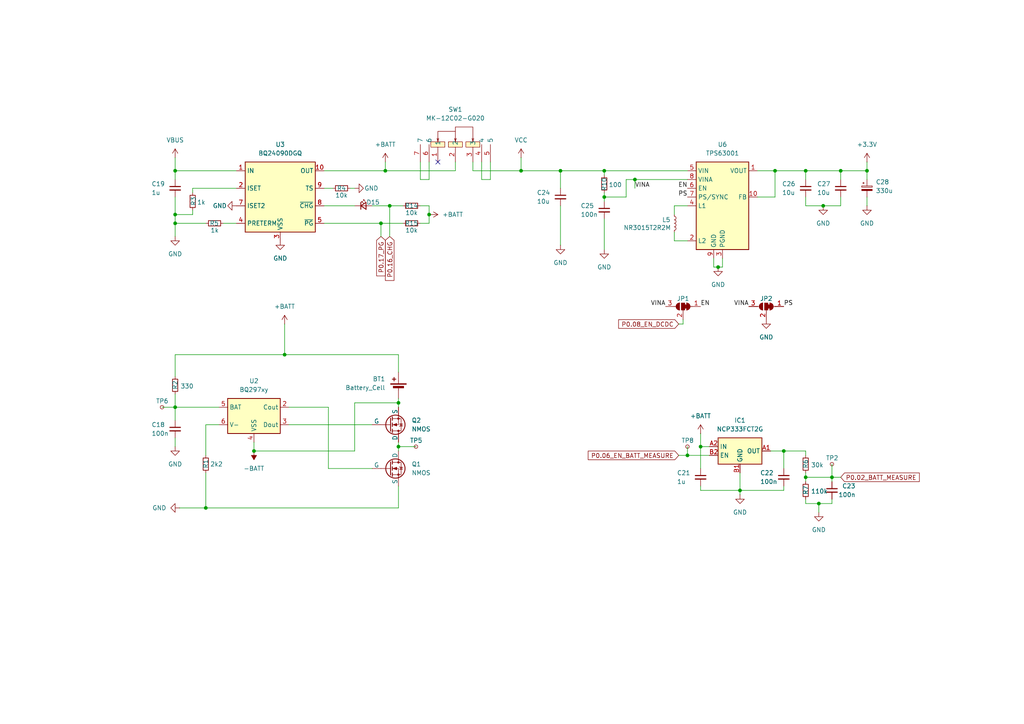
<source format=kicad_sch>
(kicad_sch (version 20231120) (generator "eeschema") (generator_version "8.0")
  (paper "A4")
  (lib_symbols
    (symbol "Battery_Management:BQ24090DGQ"
      (property "Reference" "U" (at -9.398 13.462 0))
      (property "Value" "BQ24090DGQ" (at -3.81 11.43 0))
      (symbol "BQ24090DGQ_0_1"
        (rectangle (start -10.16 10.16) (end 10.16 -10.16) (stroke (width 0.254)) (fill (type background)))
      )
      (symbol "BQ24090DGQ_1_1"
        (pin power_in line (at -12.7 7.62 0) (length 2.54) (name "IN") (number "1"))
        (pin power_out line (at 12.7 7.62 180) (length 2.54) (name "OUT") (number "10"))
        (pin passive line (at 0 -12.7 90) (length 2.54) hide (name "VSS") (number "11"))
        (pin passive line (at -12.7 2.54 0) (length 2.54) (name "ISET") (number "2"))
        (pin power_in line (at 0 -12.7 90) (length 2.54) (name "VSS") (number "3"))
        (pin passive line (at -12.7 -7.62 0) (length 2.54) (name "PRETERM") (number "4"))
        (pin open_collector line (at 12.7 -7.62 180) (length 2.54) (name "~{PG}") (number "5"))
        (pin no_connect line (at 5.08 -10.16 90) (length 2.54) hide (name "NC") (number "6"))
        (pin passive line (at -12.7 -2.54 0) (length 2.54) (name "ISET2") (number "7"))
        (pin open_collector line (at 12.7 -2.54 180) (length 2.54) (name "~{CHG}") (number "8"))
        (pin passive line (at 12.7 2.54 180) (length 2.54) (name "TS") (number "9"))
      )
    )
    (symbol "Battery_Management:BQ297xy"
      (property "Reference" "U" (at -6.35 6.35 0))
      (property "Value" "BQ297xy" (at 5.08 -6.35 0))
      (symbol "BQ297xy_0_1"
        (rectangle (start -7.62 5.08) (end 7.62 -5.08) (stroke (width 0.254)) (fill (type background)))
      )
      (symbol "BQ297xy_1_1"
        (pin no_connect line (at 7.62 0 180) (length 2.54) hide (name "NC") (number "1"))
        (pin output line (at 10.16 2.54 180) (length 2.54) (name "Cout") (number "2"))
        (pin output line (at 10.16 -2.54 180) (length 2.54) (name "Dout") (number "3"))
        (pin power_in line (at 0 -7.62 90) (length 2.54) (name "VSS") (number "4"))
        (pin input line (at -10.16 2.54 0) (length 2.54) (name "BAT") (number "5"))
        (pin input line (at -10.16 -2.54 0) (length 2.54) (name "V-") (number "6"))
      )
    )
    (symbol "Connector:TestPoint_Small" (pin_numbers hide) (pin_names (offset 0.762) hide)
      (property "Reference" "TP" (at 0 3.81 0))
      (property "Value" "TestPoint_Small" (at 0 2.032 0))
      (symbol "TestPoint_Small_0_1"
        (circle (center 0 0) (radius 0.508))
      )
      (symbol "TestPoint_Small_1_1"
        (pin passive line (at 0 0 90) (length 0) (name "1") (number "1"))
      )
    )
    (symbol "Device:Battery_Cell" (pin_numbers hide) (pin_names (offset 0) hide)
      (property "Reference" "BT" (at 2.54 2.54 0))
      (property "Value" "Battery_Cell" (at 2.54 0 0))
      (symbol "Battery_Cell_0_1"
        (rectangle (start -2.286 1.778) (end 2.286 1.524) (fill (type outline)))
        (rectangle (start -1.524 1.016) (end 1.524 0.508) (fill (type outline)))
        (polyline (pts (xy 0 0.762) (xy 0 0)))
        (polyline (pts (xy 0 1.778) (xy 0 2.54)))
        (polyline (pts (xy 0.762 3.048) (xy 1.778 3.048)) (stroke (width 0.254)))
        (polyline (pts (xy 1.27 3.556) (xy 1.27 2.54)) (stroke (width 0.254)))
      )
      (symbol "Battery_Cell_1_1"
        (pin passive line (at 0 5.08 270) (length 2.54) (name "+") (number "1"))
        (pin passive line (at 0 -2.54 90) (length 2.54) (name "-") (number "2"))
      )
    )
    (symbol "Device:C_Polarized_Small" (pin_numbers hide) (pin_names (offset 0.254) hide)
      (property "Reference" "C" (at 0.254 1.778 0))
      (property "Value" "C_Polarized_Small" (at 0.254 -2.032 0))
      (symbol "C_Polarized_Small_0_1"
        (rectangle (start -1.524 -0.3048) (end 1.524 -0.6858) (fill (type outline)))
        (rectangle (start -1.524 0.6858) (end 1.524 0.3048))
        (polyline (pts (xy -1.27 1.524) (xy -0.762 1.524)))
        (polyline (pts (xy -1.016 1.27) (xy -1.016 1.778)))
      )
      (symbol "C_Polarized_Small_1_1"
        (pin passive line (at 0 2.54 270) (length 1.8542) (name "~") (number "1"))
        (pin passive line (at 0 -2.54 90) (length 1.8542) (name "~") (number "2"))
      )
    )
    (symbol "Device:C_Small" (pin_numbers hide) (pin_names (offset 0.254) hide)
      (property "Reference" "C" (at 0.254 1.778 0))
      (property "Value" "C_Small" (at 0.254 -2.032 0))
      (symbol "C_Small_0_1"
        (polyline (pts (xy -1.524 -0.508) (xy 1.524 -0.508)) (stroke (width 0.3302)))
        (polyline (pts (xy -1.524 0.508) (xy 1.524 0.508)) (stroke (width 0.3048)))
      )
      (symbol "C_Small_1_1"
        (pin passive line (at 0 2.54 270) (length 2.032) (name "~") (number "1"))
        (pin passive line (at 0 -2.54 90) (length 2.032) (name "~") (number "2"))
      )
    )
    (symbol "Device:LED_Small" (pin_numbers hide) (pin_names (offset 0.254) hide)
      (property "Reference" "D" (at -1.27 3.175 0))
      (property "Value" "LED_Small" (at -4.445 -2.54 0))
      (symbol "LED_Small_0_1"
        (polyline (pts (xy -0.762 -1.016) (xy -0.762 1.016)) (stroke (width 0.254)))
        (polyline (pts (xy 1.016 0) (xy -0.762 0)))
        (polyline (pts (xy 0.762 -1.016) (xy -0.762 0) (xy 0.762 1.016) (xy 0.762 -1.016)) (stroke (width 0.254)))
        (polyline (pts (xy 0 0.762) (xy -0.508 1.27) (xy -0.254 1.27) (xy -0.508 1.27) (xy -0.508 1.016)))
        (polyline (pts (xy 0.508 1.27) (xy 0 1.778) (xy 0.254 1.778) (xy 0 1.778) (xy 0 1.524)))
      )
      (symbol "LED_Small_1_1"
        (pin passive line (at -2.54 0 0) (length 1.778) (name "K") (number "1"))
        (pin passive line (at 2.54 0 180) (length 1.778) (name "A") (number "2"))
      )
    )
    (symbol "Device:L_Small" (pin_numbers hide) (pin_names (offset 0.254) hide)
      (property "Reference" "L" (at 0.762 1.016 0))
      (property "Value" "L_Small" (at 0.762 -1.016 0))
      (symbol "L_Small_0_1"
        (arc (start 0 -2.032) (mid 0.5058 -1.524) (end 0 -1.016))
        (arc (start 0 -1.016) (mid 0.5058 -0.508) (end 0 0))
        (arc (start 0 0) (mid 0.5058 0.508) (end 0 1.016))
        (arc (start 0 1.016) (mid 0.5058 1.524) (end 0 2.032))
      )
      (symbol "L_Small_1_1"
        (pin passive line (at 0 2.54 270) (length 0.508) (name "~") (number "1"))
        (pin passive line (at 0 -2.54 90) (length 0.508) (name "~") (number "2"))
      )
    )
    (symbol "Device:R_Small" (pin_numbers hide) (pin_names (offset 0.254) hide)
      (property "Reference" "R" (at 0.762 0.508 0))
      (property "Value" "R_Small" (at 0.762 -1.016 0))
      (symbol "R_Small_0_1"
        (rectangle (start -0.762 1.778) (end 0.762 -1.778) (stroke (width 0.2032)))
      )
      (symbol "R_Small_1_1"
        (pin passive line (at 0 2.54 270) (length 0.762) (name "~") (number "1"))
        (pin passive line (at 0 -2.54 90) (length 0.762) (name "~") (number "2"))
      )
    )
    (symbol "G-Switch:MK-12C02-G020"
      (property "Reference" "SW" (at 0 0 0))
      (property "Value" "MK-12C02-G020" (at 0 -10.16 0))
      (symbol "MK-12C02-G020_0_1"
        (rectangle (start -7.11 0.76) (end -3.05 -0.76) (fill (type background)))
        (rectangle (start -2.03 0.76) (end 2.03 -0.76) (fill (type background)))
        (polyline (pts (xy -5.08 0.76) (xy -5.33 1.78)))
        (polyline (pts (xy 0 0.76) (xy -0.25 1.78)))
        (polyline (pts (xy 5.08 0.76) (xy 4.83 1.78)))
        (polyline (pts (xy 5.08 0.76) (xy 5.33 1.78)))
        (polyline (pts (xy 0 3.81) (xy -5.08 3.81) (xy -5.08 0.76) (xy -4.83 1.78)))
        (polyline (pts (xy 5.08 0.76) (xy 5.08 5.08) (xy 0 5.08) (xy 0 0.76) (xy 0.25 1.78)))
        (rectangle (start 3.05 0.76) (end 7.11 -0.76) (fill (type background)))
        (pin unspecified line (at -5.08 -5.08 90) (length 4.318) (name "1") (number "1"))
        (pin unspecified line (at 0 -5.08 90) (length 4.318) (name "2") (number "2"))
        (pin unspecified line (at 5.08 -5.08 90) (length 4.318) (name "3") (number "3"))
        (pin unspecified line (at 7.62 -5.08 90) (length 5.08) (name "4") (number "4"))
        (pin unspecified line (at 10.16 -5.08 90) (length 5.08) (name "5") (number "5"))
        (pin unspecified line (at -7.62 -5.08 90) (length 5.08) (name "6") (number "6"))
        (pin unspecified line (at -10.16 -5.08 90) (length 5.08) (name "7") (number "7"))
      )
    )
    (symbol "Jumper:SolderJumper_3_Bridged12" (pin_names (offset 0) hide) (exclude_from_sim yes) (in_bom no)
      (property "Reference" "JP" (at -2.54 -2.54 0))
      (property "Value" "SolderJumper_3_Bridged12" (at 0 2.794 0))
      (symbol "SolderJumper_3_Bridged12_0_1"
        (rectangle (start -1.016 0.508) (end -0.508 -0.508) (fill (type outline)))
        (arc (start -1.016 1.016) (mid -2.0276 0) (end -1.016 -1.016))
        (arc (start -1.016 1.016) (mid -2.0276 0) (end -1.016 -1.016) (fill (type outline)))
        (rectangle (start -0.508 1.016) (end 0.508 -1.016) (fill (type outline)))
        (polyline (pts (xy -2.54 0) (xy -2.032 0)))
        (polyline (pts (xy -1.016 1.016) (xy -1.016 -1.016)))
        (polyline (pts (xy 0 -1.27) (xy 0 -1.016)))
        (polyline (pts (xy 1.016 1.016) (xy 1.016 -1.016)))
        (polyline (pts (xy 2.54 0) (xy 2.032 0)))
        (arc (start 1.016 -1.016) (mid 2.0276 0) (end 1.016 1.016))
        (arc (start 1.016 -1.016) (mid 2.0276 0) (end 1.016 1.016) (fill (type outline)))
      )
      (symbol "SolderJumper_3_Bridged12_1_1"
        (pin passive line (at -5.08 0 0) (length 2.54) (name "A") (number "1"))
        (pin passive line (at 0 -3.81 90) (length 2.54) (name "C") (number "2"))
        (pin passive line (at 5.08 0 180) (length 2.54) (name "B") (number "3"))
      )
    )
    (symbol "NCP333FCT2G:NCP333FCT2G"
      (property "Reference" "IC" (at -5.08 8.89 0))
      (property "Value" "NCP333FCT2G" (at -5.08 6.35 0))
      (symbol "NCP333FCT2G_1_1"
        (rectangle (start -6.35 3.81) (end 6.35 -3.81) (stroke (width 0.254)) (fill (type background)))
        (pin power_out line (at 8.89 0 180) (length 2.54) (name "OUT") (number "A1"))
        (pin power_in line (at -8.89 1.27 0) (length 2.54) (name "IN") (number "A2"))
        (pin power_in line (at 0 -6.35 90) (length 2.54) (name "GND") (number "B1"))
        (pin input line (at -8.89 -1.27 0) (length 2.54) (name "EN") (number "B2"))
      )
    )
    (symbol "Regulator_Switching:TPS63001"
      (property "Reference" "U" (at -7.62 13.97 0))
      (property "Value" "TPS63001" (at 5.08 13.97 0))
      (symbol "TPS63001_0_1"
        (rectangle (start -7.62 12.7) (end 7.62 -12.7) (stroke (width 0.254)) (fill (type background)))
      )
      (symbol "TPS63001_1_1"
        (pin power_out line (at 10.16 10.16 180) (length 2.54) (name "VOUT") (number "1"))
        (pin input line (at 10.16 2.54 180) (length 2.54) (name "FB") (number "10"))
        (pin passive line (at 0 -15.24 90) (length 2.54) hide (name "PGND") (number "11"))
        (pin input line (at -10.16 -10.16 0) (length 2.54) (name "L2") (number "2"))
        (pin power_in line (at 0 -15.24 90) (length 2.54) (name "PGND") (number "3"))
        (pin input line (at -10.16 0 0) (length 2.54) (name "L1") (number "4"))
        (pin power_in line (at -10.16 10.16 0) (length 2.54) (name "VIN") (number "5"))
        (pin input line (at -10.16 5.08 0) (length 2.54) (name "EN") (number "6"))
        (pin input line (at -10.16 2.54 0) (length 2.54) (name "PS/SYNC") (number "7"))
        (pin power_in line (at -10.16 7.62 0) (length 2.54) (name "VINA") (number "8"))
        (pin power_in line (at -2.54 -15.24 90) (length 2.54) (name "GND") (number "9"))
      )
    )
    (symbol "Simulation_SPICE:NMOS" (pin_numbers hide) (pin_names (offset 0))
      (property "Reference" "Q" (at 5.08 1.27 0))
      (property "Value" "NMOS" (at 5.08 -1.27 0))
      (symbol "NMOS_0_1"
        (polyline (pts (xy 0.254 0) (xy -2.54 0)))
        (polyline (pts (xy 0.254 1.905) (xy 0.254 -1.905)) (stroke (width 0.254)))
        (polyline (pts (xy 0.762 -1.27) (xy 0.762 -2.286)) (stroke (width 0.254)))
        (polyline (pts (xy 0.762 0.508) (xy 0.762 -0.508)) (stroke (width 0.254)))
        (polyline (pts (xy 0.762 2.286) (xy 0.762 1.27)) (stroke (width 0.254)))
        (polyline (pts (xy 2.54 2.54) (xy 2.54 1.778)))
        (polyline (pts (xy 2.54 -2.54) (xy 2.54 0) (xy 0.762 0)))
        (polyline (pts (xy 0.762 -1.778) (xy 3.302 -1.778) (xy 3.302 1.778) (xy 0.762 1.778)))
        (polyline (pts (xy 1.016 0) (xy 2.032 0.381) (xy 2.032 -0.381) (xy 1.016 0)) (fill (type outline)))
        (polyline (pts (xy 2.794 0.508) (xy 2.921 0.381) (xy 3.683 0.381) (xy 3.81 0.254)))
        (polyline (pts (xy 3.302 0.381) (xy 2.921 -0.254) (xy 3.683 -0.254) (xy 3.302 0.381)))
        (circle (center 1.651 0) (radius 2.794) (stroke (width 0.254)))
        (circle (center 2.54 -1.778) (radius 0.254) (fill (type outline)))
        (circle (center 2.54 1.778) (radius 0.254) (fill (type outline)))
      )
      (symbol "NMOS_1_1"
        (pin passive line (at 2.54 5.08 270) (length 2.54) (name "D") (number "1"))
        (pin input line (at -5.08 0 0) (length 2.54) (name "G") (number "2"))
        (pin passive line (at 2.54 -5.08 90) (length 2.54) (name "S") (number "3"))
      )
    )
    (symbol "power:+3.3V" (power) (pin_numbers hide) (pin_names (offset 0) hide)
      (property "Value" "+3.3V" (at 0 3.556 0))
      (symbol "+3.3V_0_1"
        (polyline (pts (xy -0.762 1.27) (xy 0 2.54)))
        (polyline (pts (xy 0 0) (xy 0 2.54)))
        (polyline (pts (xy 0 2.54) (xy 0.762 1.27)))
      )
      (symbol "+3.3V_1_1"
        (pin power_in line (at 0 0 90) (length 0) (name "~") (number "1"))
      )
    )
    (symbol "power:+BATT" (power) (pin_numbers hide) (pin_names (offset 0) hide)
      (property "Value" "+BATT" (at 0 3.556 0))
      (symbol "+BATT_0_1"
        (polyline (pts (xy -0.762 1.27) (xy 0 2.54)))
        (polyline (pts (xy 0 0) (xy 0 2.54)))
        (polyline (pts (xy 0 2.54) (xy 0.762 1.27)))
      )
      (symbol "+BATT_1_1"
        (pin power_in line (at 0 0 90) (length 0) (name "~") (number "1"))
      )
    )
    (symbol "power:-BATT" (power) (pin_numbers hide) (pin_names (offset 0) hide)
      (property "Value" "-BATT" (at 0 3.556 0))
      (symbol "-BATT_0_1"
        (polyline (pts (xy 0 0) (xy 0 2.54)))
        (polyline (pts (xy 0.762 1.27) (xy -0.762 1.27) (xy 0 2.54) (xy 0.762 1.27)) (fill (type outline)))
      )
      (symbol "-BATT_1_1"
        (pin power_in line (at 0 0 90) (length 0) (name "~") (number "1"))
      )
    )
    (symbol "power:GND" (power) (pin_numbers hide) (pin_names (offset 0) hide)
      (property "Value" "GND" (at 0 -3.81 0))
      (symbol "GND_0_1"
        (polyline (pts (xy 0 0) (xy 0 -1.27) (xy 1.27 -1.27) (xy 0 -2.54) (xy -1.27 -1.27) (xy 0 -1.27)))
      )
      (symbol "GND_1_1"
        (pin power_in line (at 0 0 270) (length 0) (name "~") (number "1"))
      )
    )
    (symbol "power:VBUS" (power) (pin_numbers hide) (pin_names (offset 0) hide)
      (property "Value" "VBUS" (at 0 3.556 0))
      (symbol "VBUS_0_1"
        (polyline (pts (xy -0.762 1.27) (xy 0 2.54)))
        (polyline (pts (xy 0 0) (xy 0 2.54)))
        (polyline (pts (xy 0 2.54) (xy 0.762 1.27)))
      )
      (symbol "VBUS_1_1"
        (pin power_in line (at 0 0 90) (length 0) (name "~") (number "1"))
      )
    )
    (symbol "power:VCC" (power) (pin_numbers hide) (pin_names (offset 0) hide)
      (property "Value" "VCC" (at 0 3.556 0))
      (symbol "VCC_0_1"
        (polyline (pts (xy -0.762 1.27) (xy 0 2.54)))
        (polyline (pts (xy 0 0) (xy 0 2.54)))
        (polyline (pts (xy 0 2.54) (xy 0.762 1.27)))
      )
      (symbol "VCC_1_1"
        (pin power_in line (at 0 0 90) (length 0) (name "~") (number "1"))
      )
    )
  )
  (junction (at 115.57 129.54))
  (junction (at 238.76 59.69))
  (junction (at 151.13 49.53))
  (junction (at 115.57 116.84))
  (junction (at 111.76 49.53))
  (junction (at 50.8 49.53))
  (junction (at 184.15 52.07))
  (junction (at 233.68 138.43))
  (junction (at 227.33 130.81))
  (junction (at 50.8 62.23))
  (junction (at 224.79 49.53))
  (junction (at 124.46 62.23))
  (junction (at 237.49 146.05))
  (junction (at 251.46 49.53))
  (junction (at 50.8 118.11))
  (junction (at 162.56 49.53))
  (junction (at 110.49 64.77))
  (junction (at 241.3 138.43))
  (junction (at 214.63 142.24))
  (junction (at 73.66 130.81))
  (junction (at 203.2 129.54))
  (junction (at 175.26 49.53))
  (junction (at 175.26 57.15))
  (junction (at 208.28 77.47))
  (junction (at 233.68 49.53))
  (junction (at 82.55 102.87))
  (junction (at 59.69 147.32))
  (junction (at 113.03 59.69))
  (junction (at 50.8 64.77))
  (junction (at 243.84 49.53))
  (junction (at 199.39 132.08))
  (no_connect (at 127 46.99))
  (wire (pts (xy 195.58 69.85) (xy 199.39 69.85)))
  (wire (pts (xy 233.68 137.16) (xy 233.68 138.43)))
  (wire (pts (xy 82.55 93.98) (xy 82.55 102.87)))
  (wire (pts (xy 93.98 64.77) (xy 110.49 64.77)))
  (wire (pts (xy 102.87 116.84) (xy 115.57 116.84)))
  (wire (pts (xy 68.58 49.53) (xy 50.8 49.53)))
  (wire (pts (xy 241.3 139.7) (xy 241.3 138.43)))
  (wire (pts (xy 209.55 74.93) (xy 209.55 77.47)))
  (wire (pts (xy 124.46 64.77) (xy 124.46 62.23)))
  (wire (pts (xy 196.85 132.08) (xy 199.39 132.08)))
  (wire (pts (xy 227.33 130.81) (xy 233.68 130.81)))
  (wire (pts (xy 203.2 140.97) (xy 203.2 142.24)))
  (wire (pts (xy 115.57 147.32) (xy 59.69 147.32)))
  (wire (pts (xy 115.57 128.27) (xy 115.57 129.54)))
  (wire (pts (xy 50.8 49.53) (xy 50.8 52.07)))
  (wire (pts (xy 227.33 130.81) (xy 227.33 135.89)))
  (wire (pts (xy 181.61 57.15) (xy 175.26 57.15)))
  (wire (pts (xy 50.8 118.11) (xy 50.8 121.92)))
  (wire (pts (xy 55.88 60.96) (xy 55.88 62.23)))
  (wire (pts (xy 115.57 129.54) (xy 120.65 129.54)))
  (wire (pts (xy 50.8 127) (xy 50.8 129.54)))
  (wire (pts (xy 63.5 123.19) (xy 59.69 123.19)))
  (wire (pts (xy 83.82 118.11) (xy 95.25 118.11)))
  (wire (pts (xy 82.55 102.87) (xy 115.57 102.87)))
  (wire (pts (xy 95.25 135.89) (xy 107.95 135.89)))
  (wire (pts (xy 198.12 93.98) (xy 198.12 92.71)))
  (wire (pts (xy 223.52 130.81) (xy 227.33 130.81)))
  (wire (pts (xy 184.15 54.61) (xy 184.15 52.07)))
  (wire (pts (xy 50.8 102.87) (xy 82.55 102.87)))
  (wire (pts (xy 50.8 62.23) (xy 50.8 64.77)))
  (wire (pts (xy 241.3 138.43) (xy 233.68 138.43)))
  (wire (pts (xy 195.58 59.69) (xy 195.58 62.23)))
  (wire (pts (xy 68.58 54.61) (xy 55.88 54.61)))
  (wire (pts (xy 195.58 67.31) (xy 195.58 69.85)))
  (wire (pts (xy 237.49 146.05) (xy 237.49 148.59)))
  (wire (pts (xy 224.79 57.15) (xy 224.79 49.53)))
  (wire (pts (xy 101.6 54.61) (xy 102.87 54.61)))
  (wire (pts (xy 251.46 57.15) (xy 251.46 59.69)))
  (wire (pts (xy 243.84 49.53) (xy 251.46 49.53)))
  (wire (pts (xy 205.74 129.54) (xy 203.2 129.54)))
  (wire (pts (xy 73.66 130.81) (xy 102.87 130.81)))
  (wire (pts (xy 233.68 144.78) (xy 233.68 146.05)))
  (wire (pts (xy 243.84 57.15) (xy 243.84 59.69)))
  (wire (pts (xy 214.63 142.24) (xy 214.63 143.51)))
  (wire (pts (xy 52.07 147.32) (xy 59.69 147.32)))
  (wire (pts (xy 175.26 63.5) (xy 175.26 72.39)))
  (wire (pts (xy 209.55 77.47) (xy 208.28 77.47)))
  (wire (pts (xy 115.57 115.57) (xy 115.57 116.84)))
  (wire (pts (xy 224.79 49.53) (xy 233.68 49.53)))
  (wire (pts (xy 241.3 138.43) (xy 243.84 138.43)))
  (wire (pts (xy 175.26 49.53) (xy 199.39 49.53)))
  (wire (pts (xy 132.08 49.53) (xy 111.76 49.53)))
  (wire (pts (xy 46.99 118.11) (xy 50.8 118.11)))
  (wire (pts (xy 219.71 49.53) (xy 224.79 49.53)))
  (wire (pts (xy 175.26 57.15) (xy 175.26 58.42)))
  (wire (pts (xy 199.39 59.69) (xy 195.58 59.69)))
  (wire (pts (xy 243.84 59.69) (xy 238.76 59.69)))
  (wire (pts (xy 203.2 129.54) (xy 203.2 135.89)))
  (wire (pts (xy 241.3 146.05) (xy 241.3 144.78)))
  (wire (pts (xy 137.16 46.99) (xy 137.16 49.53)))
  (wire (pts (xy 199.39 129.54) (xy 199.39 132.08)))
  (wire (pts (xy 50.8 114.3) (xy 50.8 118.11)))
  (wire (pts (xy 219.71 57.15) (xy 224.79 57.15)))
  (wire (pts (xy 243.84 49.53) (xy 243.84 52.07)))
  (wire (pts (xy 207.01 77.47) (xy 208.28 77.47)))
  (wire (pts (xy 237.49 146.05) (xy 241.3 146.05)))
  (wire (pts (xy 214.63 137.16) (xy 214.63 142.24)))
  (wire (pts (xy 50.8 102.87) (xy 50.8 109.22)))
  (wire (pts (xy 124.46 46.99) (xy 124.46 52.07)))
  (wire (pts (xy 111.76 49.53) (xy 111.76 46.99)))
  (wire (pts (xy 233.68 49.53) (xy 243.84 49.53)))
  (wire (pts (xy 107.95 59.69) (xy 113.03 59.69)))
  (wire (pts (xy 55.88 54.61) (xy 55.88 55.88)))
  (wire (pts (xy 175.26 55.88) (xy 175.26 57.15)))
  (wire (pts (xy 233.68 130.81) (xy 233.68 132.08)))
  (wire (pts (xy 95.25 118.11) (xy 95.25 135.89)))
  (wire (pts (xy 233.68 59.69) (xy 238.76 59.69)))
  (wire (pts (xy 93.98 59.69) (xy 102.87 59.69)))
  (wire (pts (xy 233.68 49.53) (xy 233.68 52.07)))
  (wire (pts (xy 175.26 49.53) (xy 162.56 49.53)))
  (wire (pts (xy 50.8 57.15) (xy 50.8 62.23)))
  (wire (pts (xy 151.13 45.72) (xy 151.13 49.53)))
  (wire (pts (xy 181.61 52.07) (xy 184.15 52.07)))
  (wire (pts (xy 139.7 46.99) (xy 139.7 52.07)))
  (wire (pts (xy 142.24 46.99) (xy 142.24 52.07)))
  (wire (pts (xy 50.8 118.11) (xy 63.5 118.11)))
  (wire (pts (xy 113.03 59.69) (xy 113.03 68.58)))
  (wire (pts (xy 151.13 49.53) (xy 162.56 49.53)))
  (wire (pts (xy 121.92 46.99) (xy 121.92 52.07)))
  (wire (pts (xy 184.15 52.07) (xy 199.39 52.07)))
  (wire (pts (xy 115.57 107.95) (xy 115.57 102.87)))
  (wire (pts (xy 233.68 57.15) (xy 233.68 59.69)))
  (wire (pts (xy 64.77 64.77) (xy 68.58 64.77)))
  (wire (pts (xy 233.68 138.43) (xy 233.68 139.7)))
  (wire (pts (xy 50.8 64.77) (xy 59.69 64.77)))
  (wire (pts (xy 181.61 52.07) (xy 181.61 57.15)))
  (wire (pts (xy 196.85 93.98) (xy 198.12 93.98)))
  (wire (pts (xy 124.46 59.69) (xy 124.46 62.23)))
  (wire (pts (xy 50.8 64.77) (xy 50.8 68.58)))
  (wire (pts (xy 251.46 46.99) (xy 251.46 49.53)))
  (wire (pts (xy 115.57 140.97) (xy 115.57 147.32)))
  (wire (pts (xy 83.82 123.19) (xy 107.95 123.19)))
  (wire (pts (xy 59.69 137.16) (xy 59.69 147.32)))
  (wire (pts (xy 137.16 49.53) (xy 151.13 49.53)))
  (wire (pts (xy 115.57 129.54) (xy 115.57 130.81)))
  (wire (pts (xy 121.92 52.07) (xy 124.46 52.07)))
  (wire (pts (xy 55.88 62.23) (xy 50.8 62.23)))
  (wire (pts (xy 102.87 130.81) (xy 102.87 116.84)))
  (wire (pts (xy 110.49 64.77) (xy 110.49 68.58)))
  (wire (pts (xy 251.46 49.53) (xy 251.46 52.07)))
  (wire (pts (xy 113.03 59.69) (xy 116.84 59.69)))
  (wire (pts (xy 203.2 142.24) (xy 214.63 142.24)))
  (wire (pts (xy 207.01 74.93) (xy 207.01 77.47)))
  (wire (pts (xy 162.56 49.53) (xy 162.56 54.61)))
  (wire (pts (xy 227.33 142.24) (xy 214.63 142.24)))
  (wire (pts (xy 50.8 49.53) (xy 50.8 45.72)))
  (wire (pts (xy 59.69 123.19) (xy 59.69 132.08)))
  (wire (pts (xy 132.08 46.99) (xy 132.08 49.53)))
  (wire (pts (xy 162.56 59.69) (xy 162.56 71.12)))
  (wire (pts (xy 233.68 146.05) (xy 237.49 146.05)))
  (wire (pts (xy 199.39 132.08) (xy 205.74 132.08)))
  (wire (pts (xy 203.2 129.54) (xy 203.2 125.73)))
  (wire (pts (xy 115.57 116.84) (xy 115.57 118.11)))
  (wire (pts (xy 139.7 52.07) (xy 142.24 52.07)))
  (wire (pts (xy 227.33 140.97) (xy 227.33 142.24)))
  (wire (pts (xy 175.26 49.53) (xy 175.26 50.8)))
  (wire (pts (xy 110.49 64.77) (xy 116.84 64.77)))
  (wire (pts (xy 73.66 128.27) (xy 73.66 130.81)))
  (wire (pts (xy 121.92 59.69) (xy 124.46 59.69)))
  (wire (pts (xy 93.98 49.53) (xy 111.76 49.53)))
  (wire (pts (xy 241.3 134.62) (xy 241.3 138.43)))
  (wire (pts (xy 93.98 54.61) (xy 96.52 54.61)))
  (wire (pts (xy 121.92 64.77) (xy 124.46 64.77)))
  (label "EN" (at 203.2 88.9 0))
  (label "PS" (at 199.39 57.15 180))
  (label "VINA" (at 193.04 88.9 180))
  (label "PS" (at 227.33 88.9 0))
  (label "EN" (at 199.39 54.61 180))
  (label "VINA" (at 217.17 88.9 180))
  (label "VINA" (at 184.15 54.61 0))
  (global_label "P0.17_PG" (shape input) (at 110.49 68.58 270) (property "Intersheetrefs" "${INTERSHEET_REFS}" (effects (hide yes))))
  (global_label "P0.02_BATT_MEASURE" (shape input) (at 243.84 138.43 0) (property "Intersheetrefs" "${INTERSHEET_REFS}" (effects (hide yes))))
  (global_label "P0.06_EN_BATT_MEASURE" (shape input) (at 196.85 132.08 180) (property "Intersheetrefs" "${INTERSHEET_REFS}" (effects (hide yes))))
  (global_label "P0.08_EN_DCDC" (shape input) (at 196.85 93.98 180) (property "Intersheetrefs" "${INTERSHEET_REFS}" (effects (hide yes))))
  (global_label "P0.16_CHG" (shape input) (at 113.03 68.58 270) (property "Intersheetrefs" "${INTERSHEET_REFS}" (effects (hide yes))))
  (symbol (lib_id "Device:L_Small") (at 195.58 64.77 0) (unit 1)
    (property "Reference" "L5" (at 192.024 63.754 0) (effects (justify left)))
    (property "Value" "NR3015T2R2M" (at 180.848 66.04 0) (effects (justify left)))
    (property "Footprint" "Inductor_SMD:L_Taiyo-Yuden_NR-30xx" (effects (hide yes)))
    (property "Description" "Inductor, small symbol" (effects (hide yes)))
  )
  (symbol (lib_id "Device:C_Small") (at 50.8 54.61 0) (unit 1)
    (property "Reference" "C19" (at 43.942 53.34 0) (effects (justify left)))
    (property "Value" "1u" (at 43.942 55.88 0) (effects (justify left)))
    (property "Footprint" "Capacitor_SMD:C_0603_1608Metric" (effects (hide yes)))
    (property "Description" "Unpolarized capacitor, small symbol" (effects (hide yes)))
  )
  (symbol (lib_id "Device:Battery_Cell") (at 115.57 113.03 0) (mirror y) (unit 1)
    (property "Reference" "BT1" (at 111.76 109.9184 0) (effects (justify left)))
    (property "Value" "Battery_Cell" (at 111.76 112.4584 0) (effects (justify left)))
    (property "Footprint" "Connector_JST:JST_PH_S2B-PH-K_1x02_P2.00mm_Horizontal" (effects (hide yes)))
    (property "Description" "Single-cell battery" (effects (hide yes)))
  )
  (symbol (lib_id "Device:C_Polarized_Small") (at 251.46 54.61 0) (unit 1)
    (property "Reference" "C28" (at 254 52.7938 0) (effects (justify left)))
    (property "Value" "330u" (at 254 55.3338 0) (effects (justify left)))
    (property "Footprint" "Capacitor_SMD:CP_Elec_10x10" (effects (hide yes)))
    (property "Description" "Polarized capacitor, small symbol" (effects (hide yes)))
  )
  (symbol (lib_id "Device:R_Small") (at 62.23 64.77 90) (unit 1)
    (property "Reference" "R5" (at 63.5 64.77 90) (effects (justify left)))
    (property "Value" "1k" (at 63.5 66.802 90) (effects (justify left)))
    (property "Footprint" "Resistor_SMD:R_0402_1005Metric" (effects (hide yes)))
    (property "Description" "Resistor, small symbol" (effects (hide yes)))
  )
  (symbol (lib_id "power:GND") (at 162.56 71.12 0) (unit 1)
    (property "Reference" "#PWR044" (effects (hide yes)))
    (property "Value" "GND" (at 162.56 76.2 0))
    (property "Description" "Power symbol creates a global label with name \"GND\" , ground" (effects (hide yes)))
  )
  (symbol (lib_id "Jumper:SolderJumper_3_Bridged12") (at 222.25 88.9 0) (mirror y) (unit 1) (exclude_from_sim yes) (in_bom no)
    (property "Reference" "JP2" (at 222.25 86.614 0))
    (property "Value" "SolderJumper_3_Bridged12" (effects (hide yes)))
    (property "Footprint" "Jumper:SolderJumper-3_P1.3mm_Bridged12_RoundedPad1.0x1.5mm" (effects (hide yes)))
    (property "Description" "3-pole Solder Jumper, pins 1+2 closed/bridged" (effects (hide yes)))
  )
  (symbol (lib_id "Device:C_Small") (at 203.2 138.43 0) (unit 1)
    (property "Reference" "C21" (at 196.342 137.16 0) (effects (justify left)))
    (property "Value" "1u" (at 196.342 139.7 0) (effects (justify left)))
    (property "Footprint" "Capacitor_SMD:C_0402_1005Metric" (effects (hide yes)))
    (property "Description" "Unpolarized capacitor, small symbol" (effects (hide yes)))
  )
  (symbol (lib_id "Device:R_Small") (at 59.69 134.62 0) (unit 1)
    (property "Reference" "R1" (at 59.69 135.89 90) (effects (justify left)))
    (property "Value" "2k2" (at 60.96 134.62 0) (effects (justify left)))
    (property "Footprint" "Resistor_SMD:R_0402_1005Metric" (effects (hide yes)))
    (property "Description" "Resistor, small symbol" (effects (hide yes)))
  )
  (symbol (lib_id "power:GND") (at 52.07 147.32 270) (unit 1)
    (property "Reference" "#PWR021" (effects (hide yes)))
    (property "Value" "GND" (at 48.26 147.3199 90) (effects (justify right)))
    (property "Description" "Power symbol creates a global label with name \"GND\" , ground" (effects (hide yes)))
  )
  (symbol (lib_id "Simulation_SPICE:NMOS") (at 113.03 135.89 0) (unit 1)
    (property "Reference" "Q1" (at 119.38 134.6199 0) (effects (justify left)))
    (property "Value" "NMOS" (at 119.38 137.1599 0) (effects (justify left)))
    (property "Footprint" "Package_TO_SOT_SMD:SOT-23" (effects (hide yes)))
    (property "Datasheet" "https://ngspice.sourceforge.io/docs/ngspice-html-manual/manual.xhtml#cha_MOSFETs" (effects (hide yes)))
    (property "Description" "N-MOSFET transistor, drain/source/gate" (effects (hide yes)))
    (property "Sim.Device" "NMOS" (effects (hide yes)))
    (property "Sim.Type" "VDMOS" (effects (hide yes)))
    (property "Sim.Pins" "1=D 2=G 3=S" (effects (hide yes)))
  )
  (symbol (lib_id "Device:C_Small") (at 162.56 57.15 0) (unit 1)
    (property "Reference" "C24" (at 155.702 55.88 0) (effects (justify left)))
    (property "Value" "10u" (at 155.702 58.42 0) (effects (justify left)))
    (property "Footprint" "Capacitor_SMD:C_0603_1608Metric" (effects (hide yes)))
    (property "Description" "Unpolarized capacitor, small symbol" (effects (hide yes)))
  )
  (symbol (lib_id "Simulation_SPICE:NMOS") (at 113.03 123.19 0) (mirror x) (unit 1)
    (property "Reference" "Q2" (at 119.38 121.9199 0) (effects (justify left)))
    (property "Value" "NMOS" (at 119.38 124.4599 0) (effects (justify left)))
    (property "Footprint" "Package_TO_SOT_SMD:SOT-23" (effects (hide yes)))
    (property "Datasheet" "https://ngspice.sourceforge.io/docs/ngspice-html-manual/manual.xhtml#cha_MOSFETs" (effects (hide yes)))
    (property "Description" "N-MOSFET transistor, drain/source/gate" (effects (hide yes)))
    (property "Sim.Device" "NMOS" (effects (hide yes)))
    (property "Sim.Type" "VDMOS" (effects (hide yes)))
    (property "Sim.Pins" "1=D 2=G 3=S" (effects (hide yes)))
  )
  (symbol (lib_id "power:GND") (at 175.26 72.39 0) (unit 1)
    (property "Reference" "#PWR045" (effects (hide yes)))
    (property "Value" "GND" (at 175.26 77.47 0))
    (property "Description" "Power symbol creates a global label with name \"GND\" , ground" (effects (hide yes)))
  )
  (symbol (lib_id "power:GND") (at 50.8 68.58 0) (unit 1)
    (property "Reference" "#PWR025" (effects (hide yes)))
    (property "Value" "GND" (at 50.8 73.66 0))
    (property "Description" "Power symbol creates a global label with name \"GND\" , ground" (effects (hide yes)))
  )
  (symbol (lib_id "Connector:TestPoint_Small") (at 199.39 129.54 0) (unit 1)
    (property "Reference" "TP8" (at 197.612 127.762 0) (effects (justify left)))
    (property "Value" "TestPoint_Small" (effects (hide yes)))
    (property "Footprint" "TestPoint:TestPoint_Pad_D1.0mm" (effects (hide yes)))
    (property "Description" "test point" (effects (hide yes)))
  )
  (symbol (lib_id "Connector:TestPoint_Small") (at 46.99 118.11 0) (unit 1)
    (property "Reference" "TP6" (at 45.212 116.332 0) (effects (justify left)))
    (property "Value" "TestPoint_Small" (effects (hide yes)))
    (property "Footprint" "TestPoint:TestPoint_Pad_D1.0mm" (effects (hide yes)))
    (property "Description" "test point" (effects (hide yes)))
  )
  (symbol (lib_id "Device:LED_Small") (at 105.41 59.69 0) (unit 1)
    (property "Reference" "D15" (at 108.204 58.674 0))
    (property "Value" "LED_Small" (effects (hide yes)))
    (property "Footprint" "LED_SMD:LED_0805_2012Metric" (effects (hide yes)))
    (property "Description" "Light emitting diode, small symbol" (effects (hide yes)))
  )
  (symbol (lib_id "power:GND") (at 102.87 54.61 90) (unit 1)
    (property "Reference" "#PWR028" (effects (hide yes)))
    (property "Value" "GND" (at 105.664 54.61 90) (effects (justify right)))
    (property "Description" "Power symbol creates a global label with name \"GND\" , ground" (effects (hide yes)))
  )
  (symbol (lib_id "power:+BATT") (at 82.55 93.98 0) (unit 1)
    (property "Reference" "#PWR022" (effects (hide yes)))
    (property "Value" "+BATT" (at 82.55 88.9 0))
    (property "Description" "Power symbol creates a global label with name \"+BATT\"" (effects (hide yes)))
  )
  (symbol (lib_id "Regulator_Switching:TPS63001") (at 209.55 59.69 0) (unit 1)
    (property "Reference" "U6" (at 209.55 41.91 0))
    (property "Value" "TPS63001" (at 209.55 44.45 0))
    (property "Footprint" "Package_SON:Texas_DRC0010J_ThermalVias" (effects (hide yes)))
    (property "Datasheet" "http://www.ti.com/lit/ds/symlink/tps63000.pdf" (effects (hide yes)))
    (property "Description" "Buck-Boost Converter, 1.8-5.5V Input Voltage, 1.7A Switch Current, 3.3V Output Voltage, VSON-10" (effects (hide yes)))
  )
  (symbol (lib_id "power:GND") (at 237.49 148.59 0) (unit 1)
    (property "Reference" "#PWR036" (effects (hide yes)))
    (property "Value" "GND" (at 237.49 153.67 0))
    (property "Description" "Power symbol creates a global label with name \"GND\" , ground" (effects (hide yes)))
  )
  (symbol (lib_id "power:GND") (at 222.25 92.71 0) (unit 1)
    (property "Reference" "#PWR050" (effects (hide yes)))
    (property "Value" "GND" (at 222.25 97.79 0))
    (property "Description" "Power symbol creates a global label with name \"GND\" , ground" (effects (hide yes)))
  )
  (symbol (lib_id "Device:R_Small") (at 119.38 64.77 90) (unit 1)
    (property "Reference" "R15" (at 119.38 64.77 90))
    (property "Value" "10k" (at 119.38 66.802 90))
    (property "Footprint" "Resistor_SMD:R_0402_1005Metric" (effects (hide yes)))
    (property "Description" "Resistor, small symbol" (effects (hide yes)))
  )
  (symbol (lib_id "Device:R_Small") (at 233.68 134.62 0) (unit 1)
    (property "Reference" "R6" (at 233.68 135.89 90) (effects (justify left)))
    (property "Value" "30k" (at 235.204 134.874 0) (effects (justify left)))
    (property "Footprint" "Resistor_SMD:R_0402_1005Metric" (effects (hide yes)))
    (property "Description" "Resistor, small symbol" (effects (hide yes)))
  )
  (symbol (lib_id "power:VCC") (at 151.13 45.72 0) (unit 1)
    (property "Reference" "#PWR054" (effects (hide yes)))
    (property "Value" "VCC" (at 151.13 40.64 0))
    (property "Description" "Power symbol creates a global label with name \"VCC\"" (effects (hide yes)))
  )
  (symbol (lib_id "power:+BATT") (at 203.2 125.73 0) (unit 1)
    (property "Reference" "#PWR034" (effects (hide yes)))
    (property "Value" "+BATT" (at 203.2 120.65 0))
    (property "Description" "Power symbol creates a global label with name \"+BATT\"" (effects (hide yes)))
  )
  (symbol (lib_id "power:GND") (at 208.28 77.47 0) (unit 1)
    (property "Reference" "#PWR043" (effects (hide yes)))
    (property "Value" "GND" (at 208.28 82.55 0))
    (property "Description" "Power symbol creates a global label with name \"GND\" , ground" (effects (hide yes)))
  )
  (symbol (lib_id "power:VBUS") (at 50.8 45.72 0) (unit 1)
    (property "Reference" "#PWR024" (effects (hide yes)))
    (property "Value" "VBUS" (at 50.8 40.64 0))
    (property "Description" "Power symbol creates a global label with name \"VBUS\"" (effects (hide yes)))
  )
  (symbol (lib_id "Device:R_Small") (at 233.68 142.24 0) (unit 1)
    (property "Reference" "R7" (at 233.68 143.51 90) (effects (justify left)))
    (property "Value" "110k" (at 235.204 142.494 0) (effects (justify left)))
    (property "Footprint" "Resistor_SMD:R_0402_1005Metric" (effects (hide yes)))
    (property "Description" "Resistor, small symbol" (effects (hide yes)))
  )
  (symbol (lib_id "Device:R_Small") (at 99.06 54.61 90) (unit 1)
    (property "Reference" "R4" (at 99.06 54.61 90))
    (property "Value" "10k" (at 99.06 56.642 90))
    (property "Footprint" "Resistor_SMD:R_0402_1005Metric" (effects (hide yes)))
    (property "Description" "Resistor, small symbol" (effects (hide yes)))
  )
  (symbol (lib_id "Device:C_Small") (at 50.8 124.46 0) (unit 1)
    (property "Reference" "C18" (at 43.942 123.19 0) (effects (justify left)))
    (property "Value" "100n" (at 43.942 125.73 0) (effects (justify left)))
    (property "Footprint" "Capacitor_SMD:C_0402_1005Metric" (effects (hide yes)))
    (property "Description" "Unpolarized capacitor, small symbol" (effects (hide yes)))
  )
  (symbol (lib_id "Battery_Management:BQ297xy") (at 73.66 120.65 0) (unit 1)
    (property "Reference" "U2" (at 73.66 110.49 0))
    (property "Value" "BQ297xy" (at 73.66 113.03 0))
    (property "Footprint" "Package_SON:WSON-6_1.5x1.5mm_P0.5mm" (effects (hide yes)))
    (property "Datasheet" "http://www.ti.com/lit/ds/symlink/bq2970.pdf" (effects (hide yes)))
    (property "Description" "Voltage and Current Protection for Single-Cell Li-Ion and Li-Polymer Batteries" (effects (hide yes)))
  )
  (symbol (lib_id "power:GND") (at 68.58 59.69 270) (unit 1)
    (property "Reference" "#PWR026" (effects (hide yes)))
    (property "Value" "GND" (at 65.786 59.69 90) (effects (justify right)))
    (property "Description" "Power symbol creates a global label with name \"GND\" , ground" (effects (hide yes)))
  )
  (symbol (lib_id "Connector:TestPoint_Small") (at 120.65 129.54 0) (unit 1)
    (property "Reference" "TP5" (at 118.872 127.762 0) (effects (justify left)))
    (property "Value" "TestPoint_Small" (effects (hide yes)))
    (property "Footprint" "TestPoint:TestPoint_Pad_D1.0mm" (effects (hide yes)))
    (property "Description" "test point" (effects (hide yes)))
  )
  (symbol (lib_id "Device:R_Small") (at 119.38 59.69 90) (unit 1)
    (property "Reference" "R14" (at 119.38 59.69 90))
    (property "Value" "10k" (at 119.38 61.722 90))
    (property "Footprint" "Resistor_SMD:R_0402_1005Metric" (effects (hide yes)))
    (property "Description" "Resistor, small symbol" (effects (hide yes)))
  )
  (symbol (lib_id "G-Switch:MK-12C02-G020") (at 132.08 41.91 0) (unit 1)
    (property "Reference" "SW1" (at 132.08 31.75 0))
    (property "Value" "MK-12C02-G020" (at 132.08 34.29 0))
    (property "Footprint" "G-Switch:SW-SMD_MK-12C02-G020" (effects (hide yes)))
    (property "Datasheet" "https://lcsc.com/product-detail/Toggle-Switches_G-Switch-MK-12C02-G020_C963206.html" (effects (hide yes)))
    (property "LCSC Part" "C963206" (effects (hide yes)))
  )
  (symbol (lib_id "Device:R_Small") (at 55.88 58.42 0) (unit 1)
    (property "Reference" "R3" (at 56.134 59.69 90) (effects (justify left)))
    (property "Value" "1k" (at 57.15 58.674 0) (effects (justify left)))
    (property "Footprint" "Resistor_SMD:R_0402_1005Metric" (effects (hide yes)))
    (property "Description" "Resistor, small symbol" (effects (hide yes)))
  )
  (symbol (lib_id "Device:C_Small") (at 241.3 142.24 0) (mirror y) (unit 1)
    (property "Reference" "C23" (at 248.158 140.97 0) (effects (justify left)))
    (property "Value" "100n" (at 248.158 143.51 0) (effects (justify left)))
    (property "Footprint" "Capacitor_SMD:C_0402_1005Metric" (effects (hide yes)))
    (property "Description" "Unpolarized capacitor, small symbol" (effects (hide yes)))
  )
  (symbol (lib_id "Device:C_Small") (at 227.33 138.43 0) (unit 1)
    (property "Reference" "C22" (at 220.472 137.16 0) (effects (justify left)))
    (property "Value" "100n" (at 220.472 139.7 0) (effects (justify left)))
    (property "Footprint" "Capacitor_SMD:C_0402_1005Metric" (effects (hide yes)))
    (property "Description" "Unpolarized capacitor, small symbol" (effects (hide yes)))
  )
  (symbol (lib_id "power:-BATT") (at 73.66 130.81 180) (unit 1)
    (property "Reference" "#PWR023" (effects (hide yes)))
    (property "Value" "-BATT" (at 73.66 135.89 0))
    (property "Description" "Power symbol creates a global label with name \"-BATT\"" (effects (hide yes)))
  )
  (symbol (lib_id "power:+BATT") (at 124.46 62.23 270) (unit 1)
    (property "Reference" "#PWR052" (effects (hide yes)))
    (property "Value" "+BATT" (at 128.27 62.2299 90) (effects (justify left)))
    (property "Description" "Power symbol creates a global label with name \"+BATT\"" (effects (hide yes)))
  )
  (symbol (lib_id "Device:C_Small") (at 243.84 54.61 0) (unit 1)
    (property "Reference" "C27" (at 236.982 53.34 0) (effects (justify left)))
    (property "Value" "10u" (at 236.982 55.88 0) (effects (justify left)))
    (property "Footprint" "Capacitor_SMD:C_0603_1608Metric" (effects (hide yes)))
    (property "Description" "Unpolarized capacitor, small symbol" (effects (hide yes)))
  )
  (symbol (lib_id "Battery_Management:BQ24090DGQ") (at 81.28 57.15 0) (unit 1)
    (property "Reference" "U3" (at 81.28 41.91 0))
    (property "Value" "BQ24090DGQ" (at 81.28 44.45 0))
    (property "Footprint" "Package_SO:HVSSOP-10-1EP_3x3mm_P0.5mm_EP1.57x1.88mm_ThermalVias" (effects (hide yes)))
    (property "Datasheet" "http://www.ti.com/lit/ds/symlink/bq24090.pdf" (effects (hide yes)))
    (property "Description" "1A, Single-Input, SingleCell Li-Ion and Li-Pol BatteryCharger, HVSSOP-10" (effects (hide yes)))
  )
  (symbol (lib_id "power:GND") (at 81.28 69.85 0) (unit 1)
    (property "Reference" "#PWR037" (effects (hide yes)))
    (property "Value" "GND" (at 81.28 74.93 0))
    (property "Description" "Power symbol creates a global label with name \"GND\" , ground" (effects (hide yes)))
  )
  (symbol (lib_id "power:GND") (at 238.76 59.69 0) (unit 1)
    (property "Reference" "#PWR046" (effects (hide yes)))
    (property "Value" "GND" (at 238.76 64.77 0))
    (property "Description" "Power symbol creates a global label with name \"GND\" , ground" (effects (hide yes)))
  )
  (symbol (lib_id "Connector:TestPoint_Small") (at 241.3 134.62 0) (unit 1)
    (property "Reference" "TP2" (at 239.522 132.842 0) (effects (justify left)))
    (property "Value" "TestPoint_Small" (effects (hide yes)))
    (property "Footprint" "TestPoint:TestPoint_Pad_D1.0mm" (effects (hide yes)))
    (property "Description" "test point" (effects (hide yes)))
  )
  (symbol (lib_id "power:GND") (at 251.46 59.69 0) (unit 1)
    (property "Reference" "#PWR047" (effects (hide yes)))
    (property "Value" "GND" (at 251.46 64.77 0))
    (property "Description" "Power symbol creates a global label with name \"GND\" , ground" (effects (hide yes)))
  )
  (symbol (lib_id "Device:C_Small") (at 175.26 60.96 0) (unit 1)
    (property "Reference" "C25" (at 168.402 59.69 0) (effects (justify left)))
    (property "Value" "100n" (at 168.402 62.23 0) (effects (justify left)))
    (property "Footprint" "Capacitor_SMD:C_0603_1608Metric" (effects (hide yes)))
    (property "Description" "Unpolarized capacitor, small symbol" (effects (hide yes)))
  )
  (symbol (lib_id "Device:R_Small") (at 175.26 53.34 0) (unit 1)
    (property "Reference" "R10" (at 175.26 55.372 90) (effects (justify left)))
    (property "Value" "100" (at 176.53 53.594 0) (effects (justify left)))
    (property "Footprint" "Resistor_SMD:R_0402_1005Metric" (effects (hide yes)))
    (property "Description" "Resistor, small symbol" (effects (hide yes)))
  )
  (symbol (lib_id "power:GND") (at 214.63 143.51 0) (unit 1)
    (property "Reference" "#PWR035" (effects (hide yes)))
    (property "Value" "GND" (at 214.63 148.59 0))
    (property "Description" "Power symbol creates a global label with name \"GND\" , ground" (effects (hide yes)))
  )
  (symbol (lib_id "Device:R_Small") (at 50.8 111.76 0) (unit 1)
    (property "Reference" "R2" (at 50.8 113.03 90) (effects (justify left)))
    (property "Value" "330" (at 52.324 112.014 0) (effects (justify left)))
    (property "Footprint" "Resistor_SMD:R_0402_1005Metric" (effects (hide yes)))
    (property "Description" "Resistor, small symbol" (effects (hide yes)))
  )
  (symbol (lib_id "Device:C_Small") (at 233.68 54.61 0) (unit 1)
    (property "Reference" "C26" (at 226.822 53.34 0) (effects (justify left)))
    (property "Value" "10u" (at 226.822 55.88 0) (effects (justify left)))
    (property "Footprint" "Capacitor_SMD:C_0603_1608Metric" (effects (hide yes)))
    (property "Description" "Unpolarized capacitor, small symbol" (effects (hide yes)))
  )
  (symbol (lib_id "power:GND") (at 50.8 129.54 0) (unit 1)
    (property "Reference" "#PWR020" (effects (hide yes)))
    (property "Value" "GND" (at 50.8 134.62 0))
    (property "Description" "Power symbol creates a global label with name \"GND\" , ground" (effects (hide yes)))
  )
  (symbol (lib_id "Jumper:SolderJumper_3_Bridged12") (at 198.12 88.9 0) (mirror y) (unit 1) (exclude_from_sim yes) (in_bom no)
    (property "Reference" "JP1" (at 198.12 86.614 0))
    (property "Value" "SolderJumper_3_Bridged12" (effects (hide yes)))
    (property "Footprint" "Jumper:SolderJumper-3_P1.3mm_Bridged12_RoundedPad1.0x1.5mm" (effects (hide yes)))
    (property "Description" "3-pole Solder Jumper, pins 1+2 closed/bridged" (effects (hide yes)))
  )
  (symbol (lib_id "NCP333FCT2G:NCP333FCT2G") (at 214.63 130.81 0) (unit 1)
    (property "Reference" "IC1" (at 214.63 121.92 0))
    (property "Value" "NCP333FCT2G" (at 214.63 124.46 0))
    (property "Footprint" "BGA4C40P2X2_76X76X63" (effects (hide yes)))
    (property "Datasheet" "https://www.onsemi.com/pub/Collateral/NCP333-D.PDF" (effects (hide yes)))
    (property "Description" "ON Semiconductor NCP333FCT2G, Load Share Controller, 1.2  5.5V, 4-Pin, WLCSP" (effects (hide yes)))
    (property "Height" "0.63" (effects (hide yes)))
    (property "Manufacturer_Name" "onsemi" (effects (hide yes)))
    (property "Manufacturer_Part_Number" "NCP333FCT2G" (effects (hide yes)))
    (property "Mouser Part Number" "863-NCP333FCT2G" (effects (hide yes)))
    (property "Mouser Price/Stock" "https://www.mouser.co.uk/ProductDetail/onsemi/NCP333FCT2G?qs=72ObqG5T4UZkFQBngjp9Ww%3D%3D" (effects (hide yes)))
    (property "Arrow Part Number" "NCP333FCT2G" (effects (hide yes)))
    (property "Arrow Price/Stock" "https://www.arrow.com/en/products/ncp333fct2g/on-semiconductor?region=nac" (effects (hide yes)))
  )
  (symbol (lib_id "power:+BATT") (at 111.76 46.99 0) (unit 1)
    (property "Reference" "#PWR027" (effects (hide yes)))
    (property "Value" "+BATT" (at 111.76 41.91 0))
    (property "Description" "Power symbol creates a global label with name \"+BATT\"" (effects (hide yes)))
  )
  (symbol (lib_id "power:+3.3V") (at 251.46 46.99 0) (unit 1)
    (property "Reference" "#PWR029" (effects (hide yes)))
    (property "Value" "+3.3V" (at 251.46 41.91 0))
    (property "Description" "Power symbol creates a global label with name \"+3.3V\"" (effects (hide yes)))
  )
)
</source>
